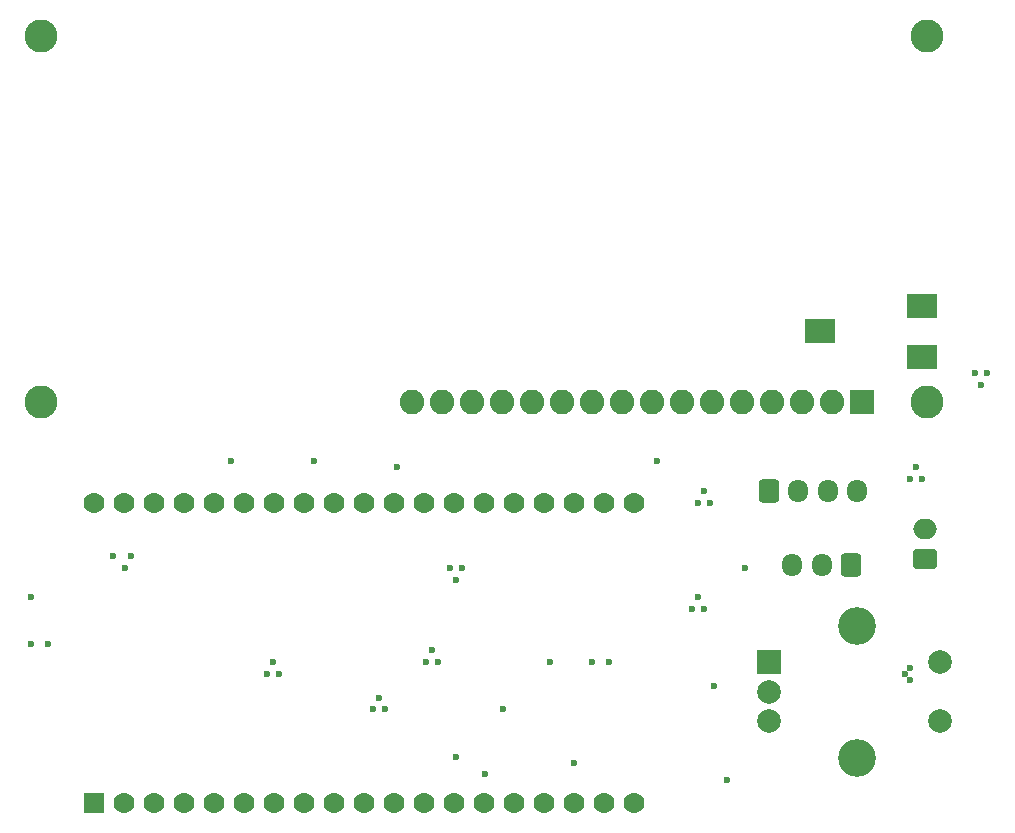
<source format=gbs>
G04 #@! TF.GenerationSoftware,KiCad,Pcbnew,8.0.5*
G04 #@! TF.CreationDate,2025-02-10T08:59:47+01:00*
G04 #@! TF.ProjectId,rocnikovka,726f636e-696b-46f7-966b-612e6b696361,rev?*
G04 #@! TF.SameCoordinates,Original*
G04 #@! TF.FileFunction,Soldermask,Bot*
G04 #@! TF.FilePolarity,Negative*
%FSLAX46Y46*%
G04 Gerber Fmt 4.6, Leading zero omitted, Abs format (unit mm)*
G04 Created by KiCad (PCBNEW 8.0.5) date 2025-02-10 08:59:47*
%MOMM*%
%LPD*%
G01*
G04 APERTURE LIST*
G04 Aperture macros list*
%AMRoundRect*
0 Rectangle with rounded corners*
0 $1 Rounding radius*
0 $2 $3 $4 $5 $6 $7 $8 $9 X,Y pos of 4 corners*
0 Add a 4 corners polygon primitive as box body*
4,1,4,$2,$3,$4,$5,$6,$7,$8,$9,$2,$3,0*
0 Add four circle primitives for the rounded corners*
1,1,$1+$1,$2,$3*
1,1,$1+$1,$4,$5*
1,1,$1+$1,$6,$7*
1,1,$1+$1,$8,$9*
0 Add four rect primitives between the rounded corners*
20,1,$1+$1,$2,$3,$4,$5,0*
20,1,$1+$1,$4,$5,$6,$7,0*
20,1,$1+$1,$6,$7,$8,$9,0*
20,1,$1+$1,$8,$9,$2,$3,0*%
G04 Aperture macros list end*
%ADD10C,2.800000*%
%ADD11RoundRect,0.102000X0.939800X0.939800X-0.939800X0.939800X-0.939800X-0.939800X0.939800X-0.939800X0*%
%ADD12C,2.083600*%
%ADD13RoundRect,0.102000X0.780000X-0.780000X0.780000X0.780000X-0.780000X0.780000X-0.780000X-0.780000X0*%
%ADD14C,1.764000*%
%ADD15RoundRect,0.250000X0.600000X0.725000X-0.600000X0.725000X-0.600000X-0.725000X0.600000X-0.725000X0*%
%ADD16O,1.700000X1.950000*%
%ADD17R,2.000000X2.000000*%
%ADD18C,2.000000*%
%ADD19C,3.200000*%
%ADD20RoundRect,0.250000X0.750000X-0.600000X0.750000X0.600000X-0.750000X0.600000X-0.750000X-0.600000X0*%
%ADD21O,2.000000X1.700000*%
%ADD22RoundRect,0.250000X-0.600000X-0.725000X0.600000X-0.725000X0.600000X0.725000X-0.600000X0.725000X0*%
%ADD23R,2.500000X2.000000*%
%ADD24C,0.600000*%
G04 APERTURE END LIST*
D10*
X118360000Y-83000000D03*
X118360000Y-52000000D03*
X43360000Y-83000000D03*
X43360000Y-52000000D03*
D11*
X112860000Y-83000000D03*
D12*
X110320000Y-83000000D03*
X107780000Y-83000000D03*
X105240000Y-83000000D03*
X102700000Y-83000000D03*
X100160000Y-83000000D03*
X97620000Y-83000000D03*
X95080000Y-83000000D03*
X92540000Y-83000000D03*
X90000000Y-83000000D03*
X87460000Y-83000000D03*
X84920000Y-83000000D03*
X82380000Y-83000000D03*
X79840000Y-83000000D03*
X77300000Y-83000000D03*
X74760000Y-83000000D03*
D13*
X47840000Y-116900000D03*
D14*
X50380000Y-116900000D03*
X52920000Y-116900000D03*
X55460000Y-116900000D03*
X58000000Y-116900000D03*
X60540000Y-116900000D03*
X63080000Y-116900000D03*
X65620000Y-116900000D03*
X68160000Y-116900000D03*
X70700000Y-116900000D03*
X73240000Y-116900000D03*
X75780000Y-116900000D03*
X78320000Y-116900000D03*
X80860000Y-116900000D03*
X83400000Y-116900000D03*
X85940000Y-116900000D03*
X88480000Y-116900000D03*
X91020000Y-116900000D03*
X93560000Y-116900000D03*
X47840000Y-91500000D03*
X50380000Y-91500000D03*
X52920000Y-91500000D03*
X55460000Y-91500000D03*
X58000000Y-91500000D03*
X60540000Y-91500000D03*
X63080000Y-91500000D03*
X65620000Y-91500000D03*
X68160000Y-91500000D03*
X70700000Y-91500000D03*
X73240000Y-91500000D03*
X75780000Y-91500000D03*
X78320000Y-91500000D03*
X80860000Y-91500000D03*
X83400000Y-91500000D03*
X85940000Y-91500000D03*
X88480000Y-91500000D03*
X91020000Y-91500000D03*
X93560000Y-91500000D03*
D15*
X112000000Y-96800000D03*
D16*
X109500000Y-96800000D03*
X107000000Y-96800000D03*
D17*
X105000000Y-105000000D03*
D18*
X105000000Y-110000000D03*
X105000000Y-107500000D03*
D19*
X112500000Y-101900000D03*
X112500000Y-113100000D03*
D18*
X119500000Y-110000000D03*
X119500000Y-105000000D03*
D20*
X118200000Y-96250000D03*
D21*
X118200000Y-93750000D03*
D22*
X105000000Y-90500000D03*
D16*
X107500000Y-90500000D03*
X110000000Y-90500000D03*
X112500000Y-90500000D03*
D23*
X118000000Y-79150000D03*
X109350000Y-77000000D03*
X118000000Y-74850000D03*
D24*
X90000000Y-105000000D03*
X42500000Y-103500000D03*
X82500000Y-109000000D03*
X78000000Y-97000000D03*
X99500000Y-90500000D03*
X59500000Y-88000000D03*
X76500000Y-104000000D03*
X122500000Y-80500000D03*
X49500000Y-96000000D03*
X76000000Y-105000000D03*
X100000000Y-91500000D03*
X72000000Y-108000000D03*
X117000000Y-89500000D03*
X73500000Y-88500000D03*
X99500000Y-100500000D03*
X117500000Y-88500000D03*
X116500000Y-106000000D03*
X78500000Y-98000000D03*
X123500000Y-80500000D03*
X101500000Y-115000000D03*
X71500000Y-109000000D03*
X86500000Y-105000000D03*
X117000000Y-106500000D03*
X44000000Y-103500000D03*
X51000000Y-96000000D03*
X88500000Y-113500000D03*
X78500000Y-113000000D03*
X42500000Y-99500000D03*
X91500000Y-105000000D03*
X103000000Y-97000000D03*
X63000000Y-105000000D03*
X95500000Y-88000000D03*
X117000000Y-105500000D03*
X99000000Y-91500000D03*
X63500000Y-106000000D03*
X123000000Y-81500000D03*
X98500000Y-100500000D03*
X50500000Y-97000000D03*
X62500000Y-106000000D03*
X79000000Y-97000000D03*
X81000000Y-114500000D03*
X99000000Y-99500000D03*
X66500000Y-88000000D03*
X77000000Y-105000000D03*
X100400000Y-107000000D03*
X72500000Y-109000000D03*
X118000000Y-89500000D03*
M02*

</source>
